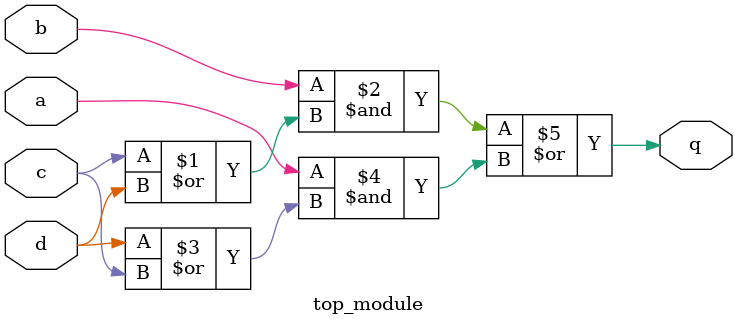
<source format=sv>
module top_module (
	input a, 
	input b, 
	input c, 
	input d,
	output q
);

assign q = (b & (c | d)) | (a & (d | c));

endmodule

</source>
